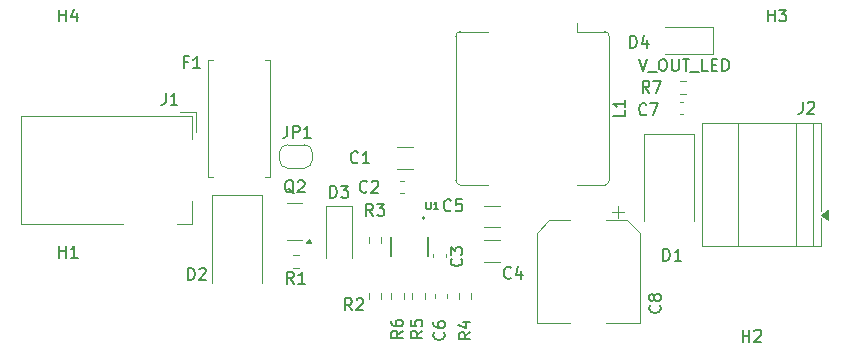
<source format=gbr>
%TF.GenerationSoftware,KiCad,Pcbnew,9.0.5*%
%TF.CreationDate,2025-11-03T21:44:09+01:00*%
%TF.ProjectId,7_4V_battery_replacement,375f3456-5f62-4617-9474-6572795f7265,rev?*%
%TF.SameCoordinates,Original*%
%TF.FileFunction,Legend,Top*%
%TF.FilePolarity,Positive*%
%FSLAX46Y46*%
G04 Gerber Fmt 4.6, Leading zero omitted, Abs format (unit mm)*
G04 Created by KiCad (PCBNEW 9.0.5) date 2025-11-03 21:44:09*
%MOMM*%
%LPD*%
G01*
G04 APERTURE LIST*
%ADD10C,0.200000*%
%ADD11C,0.150000*%
%ADD12C,0.120000*%
%ADD13C,0.127000*%
G04 APERTURE END LIST*
D10*
X148308816Y-79893219D02*
X148642149Y-80893219D01*
X148642149Y-80893219D02*
X148975482Y-79893219D01*
X149070721Y-80988457D02*
X149832625Y-80988457D01*
X150261197Y-79893219D02*
X150451673Y-79893219D01*
X150451673Y-79893219D02*
X150546911Y-79940838D01*
X150546911Y-79940838D02*
X150642149Y-80036076D01*
X150642149Y-80036076D02*
X150689768Y-80226552D01*
X150689768Y-80226552D02*
X150689768Y-80559885D01*
X150689768Y-80559885D02*
X150642149Y-80750361D01*
X150642149Y-80750361D02*
X150546911Y-80845600D01*
X150546911Y-80845600D02*
X150451673Y-80893219D01*
X150451673Y-80893219D02*
X150261197Y-80893219D01*
X150261197Y-80893219D02*
X150165959Y-80845600D01*
X150165959Y-80845600D02*
X150070721Y-80750361D01*
X150070721Y-80750361D02*
X150023102Y-80559885D01*
X150023102Y-80559885D02*
X150023102Y-80226552D01*
X150023102Y-80226552D02*
X150070721Y-80036076D01*
X150070721Y-80036076D02*
X150165959Y-79940838D01*
X150165959Y-79940838D02*
X150261197Y-79893219D01*
X151118340Y-79893219D02*
X151118340Y-80702742D01*
X151118340Y-80702742D02*
X151165959Y-80797980D01*
X151165959Y-80797980D02*
X151213578Y-80845600D01*
X151213578Y-80845600D02*
X151308816Y-80893219D01*
X151308816Y-80893219D02*
X151499292Y-80893219D01*
X151499292Y-80893219D02*
X151594530Y-80845600D01*
X151594530Y-80845600D02*
X151642149Y-80797980D01*
X151642149Y-80797980D02*
X151689768Y-80702742D01*
X151689768Y-80702742D02*
X151689768Y-79893219D01*
X152023102Y-79893219D02*
X152594530Y-79893219D01*
X152308816Y-80893219D02*
X152308816Y-79893219D01*
X152689769Y-80988457D02*
X153451673Y-80988457D01*
X154165959Y-80893219D02*
X153689769Y-80893219D01*
X153689769Y-80893219D02*
X153689769Y-79893219D01*
X154499293Y-80369409D02*
X154832626Y-80369409D01*
X154975483Y-80893219D02*
X154499293Y-80893219D01*
X154499293Y-80893219D02*
X154499293Y-79893219D01*
X154499293Y-79893219D02*
X154975483Y-79893219D01*
X155404055Y-80893219D02*
X155404055Y-79893219D01*
X155404055Y-79893219D02*
X155642150Y-79893219D01*
X155642150Y-79893219D02*
X155785007Y-79940838D01*
X155785007Y-79940838D02*
X155880245Y-80036076D01*
X155880245Y-80036076D02*
X155927864Y-80131314D01*
X155927864Y-80131314D02*
X155975483Y-80321790D01*
X155975483Y-80321790D02*
X155975483Y-80464647D01*
X155975483Y-80464647D02*
X155927864Y-80655123D01*
X155927864Y-80655123D02*
X155880245Y-80750361D01*
X155880245Y-80750361D02*
X155785007Y-80845600D01*
X155785007Y-80845600D02*
X155642150Y-80893219D01*
X155642150Y-80893219D02*
X155404055Y-80893219D01*
D11*
X108251666Y-82781819D02*
X108251666Y-83496104D01*
X108251666Y-83496104D02*
X108204047Y-83638961D01*
X108204047Y-83638961D02*
X108108809Y-83734200D01*
X108108809Y-83734200D02*
X107965952Y-83781819D01*
X107965952Y-83781819D02*
X107870714Y-83781819D01*
X109251666Y-83781819D02*
X108680238Y-83781819D01*
X108965952Y-83781819D02*
X108965952Y-82781819D01*
X108965952Y-82781819D02*
X108870714Y-82924676D01*
X108870714Y-82924676D02*
X108775476Y-83019914D01*
X108775476Y-83019914D02*
X108680238Y-83067533D01*
X129994819Y-102909666D02*
X129518628Y-103242999D01*
X129994819Y-103481094D02*
X128994819Y-103481094D01*
X128994819Y-103481094D02*
X128994819Y-103100142D01*
X128994819Y-103100142D02*
X129042438Y-103004904D01*
X129042438Y-103004904D02*
X129090057Y-102957285D01*
X129090057Y-102957285D02*
X129185295Y-102909666D01*
X129185295Y-102909666D02*
X129328152Y-102909666D01*
X129328152Y-102909666D02*
X129423390Y-102957285D01*
X129423390Y-102957285D02*
X129471009Y-103004904D01*
X129471009Y-103004904D02*
X129518628Y-103100142D01*
X129518628Y-103100142D02*
X129518628Y-103481094D01*
X128994819Y-102004904D02*
X128994819Y-102481094D01*
X128994819Y-102481094D02*
X129471009Y-102528713D01*
X129471009Y-102528713D02*
X129423390Y-102481094D01*
X129423390Y-102481094D02*
X129375771Y-102385856D01*
X129375771Y-102385856D02*
X129375771Y-102147761D01*
X129375771Y-102147761D02*
X129423390Y-102052523D01*
X129423390Y-102052523D02*
X129471009Y-102004904D01*
X129471009Y-102004904D02*
X129566247Y-101957285D01*
X129566247Y-101957285D02*
X129804342Y-101957285D01*
X129804342Y-101957285D02*
X129899580Y-102004904D01*
X129899580Y-102004904D02*
X129947200Y-102052523D01*
X129947200Y-102052523D02*
X129994819Y-102147761D01*
X129994819Y-102147761D02*
X129994819Y-102385856D01*
X129994819Y-102385856D02*
X129947200Y-102481094D01*
X129947200Y-102481094D02*
X129899580Y-102528713D01*
X149208833Y-82750819D02*
X148875500Y-82274628D01*
X148637405Y-82750819D02*
X148637405Y-81750819D01*
X148637405Y-81750819D02*
X149018357Y-81750819D01*
X149018357Y-81750819D02*
X149113595Y-81798438D01*
X149113595Y-81798438D02*
X149161214Y-81846057D01*
X149161214Y-81846057D02*
X149208833Y-81941295D01*
X149208833Y-81941295D02*
X149208833Y-82084152D01*
X149208833Y-82084152D02*
X149161214Y-82179390D01*
X149161214Y-82179390D02*
X149113595Y-82227009D01*
X149113595Y-82227009D02*
X149018357Y-82274628D01*
X149018357Y-82274628D02*
X148637405Y-82274628D01*
X149542167Y-81750819D02*
X150208833Y-81750819D01*
X150208833Y-81750819D02*
X149780262Y-82750819D01*
X150092580Y-100750666D02*
X150140200Y-100798285D01*
X150140200Y-100798285D02*
X150187819Y-100941142D01*
X150187819Y-100941142D02*
X150187819Y-101036380D01*
X150187819Y-101036380D02*
X150140200Y-101179237D01*
X150140200Y-101179237D02*
X150044961Y-101274475D01*
X150044961Y-101274475D02*
X149949723Y-101322094D01*
X149949723Y-101322094D02*
X149759247Y-101369713D01*
X149759247Y-101369713D02*
X149616390Y-101369713D01*
X149616390Y-101369713D02*
X149425914Y-101322094D01*
X149425914Y-101322094D02*
X149330676Y-101274475D01*
X149330676Y-101274475D02*
X149235438Y-101179237D01*
X149235438Y-101179237D02*
X149187819Y-101036380D01*
X149187819Y-101036380D02*
X149187819Y-100941142D01*
X149187819Y-100941142D02*
X149235438Y-100798285D01*
X149235438Y-100798285D02*
X149283057Y-100750666D01*
X149616390Y-100179237D02*
X149568771Y-100274475D01*
X149568771Y-100274475D02*
X149521152Y-100322094D01*
X149521152Y-100322094D02*
X149425914Y-100369713D01*
X149425914Y-100369713D02*
X149378295Y-100369713D01*
X149378295Y-100369713D02*
X149283057Y-100322094D01*
X149283057Y-100322094D02*
X149235438Y-100274475D01*
X149235438Y-100274475D02*
X149187819Y-100179237D01*
X149187819Y-100179237D02*
X149187819Y-99988761D01*
X149187819Y-99988761D02*
X149235438Y-99893523D01*
X149235438Y-99893523D02*
X149283057Y-99845904D01*
X149283057Y-99845904D02*
X149378295Y-99798285D01*
X149378295Y-99798285D02*
X149425914Y-99798285D01*
X149425914Y-99798285D02*
X149521152Y-99845904D01*
X149521152Y-99845904D02*
X149568771Y-99893523D01*
X149568771Y-99893523D02*
X149616390Y-99988761D01*
X149616390Y-99988761D02*
X149616390Y-100179237D01*
X149616390Y-100179237D02*
X149664009Y-100274475D01*
X149664009Y-100274475D02*
X149711628Y-100322094D01*
X149711628Y-100322094D02*
X149806866Y-100369713D01*
X149806866Y-100369713D02*
X149997342Y-100369713D01*
X149997342Y-100369713D02*
X150092580Y-100322094D01*
X150092580Y-100322094D02*
X150140200Y-100274475D01*
X150140200Y-100274475D02*
X150187819Y-100179237D01*
X150187819Y-100179237D02*
X150187819Y-99988761D01*
X150187819Y-99988761D02*
X150140200Y-99893523D01*
X150140200Y-99893523D02*
X150092580Y-99845904D01*
X150092580Y-99845904D02*
X149997342Y-99798285D01*
X149997342Y-99798285D02*
X149806866Y-99798285D01*
X149806866Y-99798285D02*
X149711628Y-99845904D01*
X149711628Y-99845904D02*
X149664009Y-99893523D01*
X149664009Y-99893523D02*
X149616390Y-99988761D01*
X124039333Y-101165819D02*
X123706000Y-100689628D01*
X123467905Y-101165819D02*
X123467905Y-100165819D01*
X123467905Y-100165819D02*
X123848857Y-100165819D01*
X123848857Y-100165819D02*
X123944095Y-100213438D01*
X123944095Y-100213438D02*
X123991714Y-100261057D01*
X123991714Y-100261057D02*
X124039333Y-100356295D01*
X124039333Y-100356295D02*
X124039333Y-100499152D01*
X124039333Y-100499152D02*
X123991714Y-100594390D01*
X123991714Y-100594390D02*
X123944095Y-100642009D01*
X123944095Y-100642009D02*
X123848857Y-100689628D01*
X123848857Y-100689628D02*
X123467905Y-100689628D01*
X124420286Y-100261057D02*
X124467905Y-100213438D01*
X124467905Y-100213438D02*
X124563143Y-100165819D01*
X124563143Y-100165819D02*
X124801238Y-100165819D01*
X124801238Y-100165819D02*
X124896476Y-100213438D01*
X124896476Y-100213438D02*
X124944095Y-100261057D01*
X124944095Y-100261057D02*
X124991714Y-100356295D01*
X124991714Y-100356295D02*
X124991714Y-100451533D01*
X124991714Y-100451533D02*
X124944095Y-100594390D01*
X124944095Y-100594390D02*
X124372667Y-101165819D01*
X124372667Y-101165819D02*
X124991714Y-101165819D01*
X128343819Y-102909666D02*
X127867628Y-103242999D01*
X128343819Y-103481094D02*
X127343819Y-103481094D01*
X127343819Y-103481094D02*
X127343819Y-103100142D01*
X127343819Y-103100142D02*
X127391438Y-103004904D01*
X127391438Y-103004904D02*
X127439057Y-102957285D01*
X127439057Y-102957285D02*
X127534295Y-102909666D01*
X127534295Y-102909666D02*
X127677152Y-102909666D01*
X127677152Y-102909666D02*
X127772390Y-102957285D01*
X127772390Y-102957285D02*
X127820009Y-103004904D01*
X127820009Y-103004904D02*
X127867628Y-103100142D01*
X127867628Y-103100142D02*
X127867628Y-103481094D01*
X127343819Y-102052523D02*
X127343819Y-102242999D01*
X127343819Y-102242999D02*
X127391438Y-102338237D01*
X127391438Y-102338237D02*
X127439057Y-102385856D01*
X127439057Y-102385856D02*
X127581914Y-102481094D01*
X127581914Y-102481094D02*
X127772390Y-102528713D01*
X127772390Y-102528713D02*
X128153342Y-102528713D01*
X128153342Y-102528713D02*
X128248580Y-102481094D01*
X128248580Y-102481094D02*
X128296200Y-102433475D01*
X128296200Y-102433475D02*
X128343819Y-102338237D01*
X128343819Y-102338237D02*
X128343819Y-102147761D01*
X128343819Y-102147761D02*
X128296200Y-102052523D01*
X128296200Y-102052523D02*
X128248580Y-102004904D01*
X128248580Y-102004904D02*
X128153342Y-101957285D01*
X128153342Y-101957285D02*
X127915247Y-101957285D01*
X127915247Y-101957285D02*
X127820009Y-102004904D01*
X127820009Y-102004904D02*
X127772390Y-102052523D01*
X127772390Y-102052523D02*
X127724771Y-102147761D01*
X127724771Y-102147761D02*
X127724771Y-102338237D01*
X127724771Y-102338237D02*
X127772390Y-102433475D01*
X127772390Y-102433475D02*
X127820009Y-102481094D01*
X127820009Y-102481094D02*
X127915247Y-102528713D01*
X125817333Y-93164819D02*
X125484000Y-92688628D01*
X125245905Y-93164819D02*
X125245905Y-92164819D01*
X125245905Y-92164819D02*
X125626857Y-92164819D01*
X125626857Y-92164819D02*
X125722095Y-92212438D01*
X125722095Y-92212438D02*
X125769714Y-92260057D01*
X125769714Y-92260057D02*
X125817333Y-92355295D01*
X125817333Y-92355295D02*
X125817333Y-92498152D01*
X125817333Y-92498152D02*
X125769714Y-92593390D01*
X125769714Y-92593390D02*
X125722095Y-92641009D01*
X125722095Y-92641009D02*
X125626857Y-92688628D01*
X125626857Y-92688628D02*
X125245905Y-92688628D01*
X126150667Y-92164819D02*
X126769714Y-92164819D01*
X126769714Y-92164819D02*
X126436381Y-92545771D01*
X126436381Y-92545771D02*
X126579238Y-92545771D01*
X126579238Y-92545771D02*
X126674476Y-92593390D01*
X126674476Y-92593390D02*
X126722095Y-92641009D01*
X126722095Y-92641009D02*
X126769714Y-92736247D01*
X126769714Y-92736247D02*
X126769714Y-92974342D01*
X126769714Y-92974342D02*
X126722095Y-93069580D01*
X126722095Y-93069580D02*
X126674476Y-93117200D01*
X126674476Y-93117200D02*
X126579238Y-93164819D01*
X126579238Y-93164819D02*
X126293524Y-93164819D01*
X126293524Y-93164819D02*
X126198286Y-93117200D01*
X126198286Y-93117200D02*
X126150667Y-93069580D01*
X99238095Y-76704819D02*
X99238095Y-75704819D01*
X99238095Y-76181009D02*
X99809523Y-76181009D01*
X99809523Y-76704819D02*
X99809523Y-75704819D01*
X100714285Y-76038152D02*
X100714285Y-76704819D01*
X100476190Y-75657200D02*
X100238095Y-76371485D01*
X100238095Y-76371485D02*
X100857142Y-76371485D01*
X147173819Y-84240666D02*
X147173819Y-84716856D01*
X147173819Y-84716856D02*
X146173819Y-84716856D01*
X147173819Y-83383523D02*
X147173819Y-83954951D01*
X147173819Y-83669237D02*
X146173819Y-83669237D01*
X146173819Y-83669237D02*
X146316676Y-83764475D01*
X146316676Y-83764475D02*
X146411914Y-83859713D01*
X146411914Y-83859713D02*
X146459533Y-83954951D01*
X137501333Y-98403580D02*
X137453714Y-98451200D01*
X137453714Y-98451200D02*
X137310857Y-98498819D01*
X137310857Y-98498819D02*
X137215619Y-98498819D01*
X137215619Y-98498819D02*
X137072762Y-98451200D01*
X137072762Y-98451200D02*
X136977524Y-98355961D01*
X136977524Y-98355961D02*
X136929905Y-98260723D01*
X136929905Y-98260723D02*
X136882286Y-98070247D01*
X136882286Y-98070247D02*
X136882286Y-97927390D01*
X136882286Y-97927390D02*
X136929905Y-97736914D01*
X136929905Y-97736914D02*
X136977524Y-97641676D01*
X136977524Y-97641676D02*
X137072762Y-97546438D01*
X137072762Y-97546438D02*
X137215619Y-97498819D01*
X137215619Y-97498819D02*
X137310857Y-97498819D01*
X137310857Y-97498819D02*
X137453714Y-97546438D01*
X137453714Y-97546438D02*
X137501333Y-97594057D01*
X138358476Y-97832152D02*
X138358476Y-98498819D01*
X138120381Y-97451200D02*
X137882286Y-98165485D01*
X137882286Y-98165485D02*
X138501333Y-98165485D01*
X150391905Y-96974819D02*
X150391905Y-95974819D01*
X150391905Y-95974819D02*
X150630000Y-95974819D01*
X150630000Y-95974819D02*
X150772857Y-96022438D01*
X150772857Y-96022438D02*
X150868095Y-96117676D01*
X150868095Y-96117676D02*
X150915714Y-96212914D01*
X150915714Y-96212914D02*
X150963333Y-96403390D01*
X150963333Y-96403390D02*
X150963333Y-96546247D01*
X150963333Y-96546247D02*
X150915714Y-96736723D01*
X150915714Y-96736723D02*
X150868095Y-96831961D01*
X150868095Y-96831961D02*
X150772857Y-96927200D01*
X150772857Y-96927200D02*
X150630000Y-96974819D01*
X150630000Y-96974819D02*
X150391905Y-96974819D01*
X151915714Y-96974819D02*
X151344286Y-96974819D01*
X151630000Y-96974819D02*
X151630000Y-95974819D01*
X151630000Y-95974819D02*
X151534762Y-96117676D01*
X151534762Y-96117676D02*
X151439524Y-96212914D01*
X151439524Y-96212914D02*
X151344286Y-96260533D01*
X125309333Y-91103580D02*
X125261714Y-91151200D01*
X125261714Y-91151200D02*
X125118857Y-91198819D01*
X125118857Y-91198819D02*
X125023619Y-91198819D01*
X125023619Y-91198819D02*
X124880762Y-91151200D01*
X124880762Y-91151200D02*
X124785524Y-91055961D01*
X124785524Y-91055961D02*
X124737905Y-90960723D01*
X124737905Y-90960723D02*
X124690286Y-90770247D01*
X124690286Y-90770247D02*
X124690286Y-90627390D01*
X124690286Y-90627390D02*
X124737905Y-90436914D01*
X124737905Y-90436914D02*
X124785524Y-90341676D01*
X124785524Y-90341676D02*
X124880762Y-90246438D01*
X124880762Y-90246438D02*
X125023619Y-90198819D01*
X125023619Y-90198819D02*
X125118857Y-90198819D01*
X125118857Y-90198819D02*
X125261714Y-90246438D01*
X125261714Y-90246438D02*
X125309333Y-90294057D01*
X125690286Y-90294057D02*
X125737905Y-90246438D01*
X125737905Y-90246438D02*
X125833143Y-90198819D01*
X125833143Y-90198819D02*
X126071238Y-90198819D01*
X126071238Y-90198819D02*
X126166476Y-90246438D01*
X126166476Y-90246438D02*
X126214095Y-90294057D01*
X126214095Y-90294057D02*
X126261714Y-90389295D01*
X126261714Y-90389295D02*
X126261714Y-90484533D01*
X126261714Y-90484533D02*
X126214095Y-90627390D01*
X126214095Y-90627390D02*
X125642667Y-91198819D01*
X125642667Y-91198819D02*
X126261714Y-91198819D01*
X131804580Y-103036666D02*
X131852200Y-103084285D01*
X131852200Y-103084285D02*
X131899819Y-103227142D01*
X131899819Y-103227142D02*
X131899819Y-103322380D01*
X131899819Y-103322380D02*
X131852200Y-103465237D01*
X131852200Y-103465237D02*
X131756961Y-103560475D01*
X131756961Y-103560475D02*
X131661723Y-103608094D01*
X131661723Y-103608094D02*
X131471247Y-103655713D01*
X131471247Y-103655713D02*
X131328390Y-103655713D01*
X131328390Y-103655713D02*
X131137914Y-103608094D01*
X131137914Y-103608094D02*
X131042676Y-103560475D01*
X131042676Y-103560475D02*
X130947438Y-103465237D01*
X130947438Y-103465237D02*
X130899819Y-103322380D01*
X130899819Y-103322380D02*
X130899819Y-103227142D01*
X130899819Y-103227142D02*
X130947438Y-103084285D01*
X130947438Y-103084285D02*
X130995057Y-103036666D01*
X130899819Y-102179523D02*
X130899819Y-102369999D01*
X130899819Y-102369999D02*
X130947438Y-102465237D01*
X130947438Y-102465237D02*
X130995057Y-102512856D01*
X130995057Y-102512856D02*
X131137914Y-102608094D01*
X131137914Y-102608094D02*
X131328390Y-102655713D01*
X131328390Y-102655713D02*
X131709342Y-102655713D01*
X131709342Y-102655713D02*
X131804580Y-102608094D01*
X131804580Y-102608094D02*
X131852200Y-102560475D01*
X131852200Y-102560475D02*
X131899819Y-102465237D01*
X131899819Y-102465237D02*
X131899819Y-102274761D01*
X131899819Y-102274761D02*
X131852200Y-102179523D01*
X131852200Y-102179523D02*
X131804580Y-102131904D01*
X131804580Y-102131904D02*
X131709342Y-102084285D01*
X131709342Y-102084285D02*
X131471247Y-102084285D01*
X131471247Y-102084285D02*
X131376009Y-102131904D01*
X131376009Y-102131904D02*
X131328390Y-102179523D01*
X131328390Y-102179523D02*
X131280771Y-102274761D01*
X131280771Y-102274761D02*
X131280771Y-102465237D01*
X131280771Y-102465237D02*
X131328390Y-102560475D01*
X131328390Y-102560475D02*
X131376009Y-102608094D01*
X131376009Y-102608094D02*
X131471247Y-102655713D01*
X110151764Y-98595303D02*
X110151764Y-97595303D01*
X110151764Y-97595303D02*
X110389859Y-97595303D01*
X110389859Y-97595303D02*
X110532716Y-97642922D01*
X110532716Y-97642922D02*
X110627954Y-97738160D01*
X110627954Y-97738160D02*
X110675573Y-97833398D01*
X110675573Y-97833398D02*
X110723192Y-98023874D01*
X110723192Y-98023874D02*
X110723192Y-98166731D01*
X110723192Y-98166731D02*
X110675573Y-98357207D01*
X110675573Y-98357207D02*
X110627954Y-98452445D01*
X110627954Y-98452445D02*
X110532716Y-98547684D01*
X110532716Y-98547684D02*
X110389859Y-98595303D01*
X110389859Y-98595303D02*
X110151764Y-98595303D01*
X111104145Y-97690541D02*
X111151764Y-97642922D01*
X111151764Y-97642922D02*
X111247002Y-97595303D01*
X111247002Y-97595303D02*
X111485097Y-97595303D01*
X111485097Y-97595303D02*
X111580335Y-97642922D01*
X111580335Y-97642922D02*
X111627954Y-97690541D01*
X111627954Y-97690541D02*
X111675573Y-97785779D01*
X111675573Y-97785779D02*
X111675573Y-97881017D01*
X111675573Y-97881017D02*
X111627954Y-98023874D01*
X111627954Y-98023874D02*
X111056526Y-98595303D01*
X111056526Y-98595303D02*
X111675573Y-98595303D01*
X122197905Y-91640819D02*
X122197905Y-90640819D01*
X122197905Y-90640819D02*
X122436000Y-90640819D01*
X122436000Y-90640819D02*
X122578857Y-90688438D01*
X122578857Y-90688438D02*
X122674095Y-90783676D01*
X122674095Y-90783676D02*
X122721714Y-90878914D01*
X122721714Y-90878914D02*
X122769333Y-91069390D01*
X122769333Y-91069390D02*
X122769333Y-91212247D01*
X122769333Y-91212247D02*
X122721714Y-91402723D01*
X122721714Y-91402723D02*
X122674095Y-91497961D01*
X122674095Y-91497961D02*
X122578857Y-91593200D01*
X122578857Y-91593200D02*
X122436000Y-91640819D01*
X122436000Y-91640819D02*
X122197905Y-91640819D01*
X123102667Y-90640819D02*
X123721714Y-90640819D01*
X123721714Y-90640819D02*
X123388381Y-91021771D01*
X123388381Y-91021771D02*
X123531238Y-91021771D01*
X123531238Y-91021771D02*
X123626476Y-91069390D01*
X123626476Y-91069390D02*
X123674095Y-91117009D01*
X123674095Y-91117009D02*
X123721714Y-91212247D01*
X123721714Y-91212247D02*
X123721714Y-91450342D01*
X123721714Y-91450342D02*
X123674095Y-91545580D01*
X123674095Y-91545580D02*
X123626476Y-91593200D01*
X123626476Y-91593200D02*
X123531238Y-91640819D01*
X123531238Y-91640819D02*
X123245524Y-91640819D01*
X123245524Y-91640819D02*
X123150286Y-91593200D01*
X123150286Y-91593200D02*
X123102667Y-91545580D01*
X99238095Y-96704819D02*
X99238095Y-95704819D01*
X99238095Y-96181009D02*
X99809523Y-96181009D01*
X99809523Y-96704819D02*
X99809523Y-95704819D01*
X100809523Y-96704819D02*
X100238095Y-96704819D01*
X100523809Y-96704819D02*
X100523809Y-95704819D01*
X100523809Y-95704819D02*
X100428571Y-95847676D01*
X100428571Y-95847676D02*
X100333333Y-95942914D01*
X100333333Y-95942914D02*
X100238095Y-95990533D01*
X147597905Y-78940819D02*
X147597905Y-77940819D01*
X147597905Y-77940819D02*
X147836000Y-77940819D01*
X147836000Y-77940819D02*
X147978857Y-77988438D01*
X147978857Y-77988438D02*
X148074095Y-78083676D01*
X148074095Y-78083676D02*
X148121714Y-78178914D01*
X148121714Y-78178914D02*
X148169333Y-78369390D01*
X148169333Y-78369390D02*
X148169333Y-78512247D01*
X148169333Y-78512247D02*
X148121714Y-78702723D01*
X148121714Y-78702723D02*
X148074095Y-78797961D01*
X148074095Y-78797961D02*
X147978857Y-78893200D01*
X147978857Y-78893200D02*
X147836000Y-78940819D01*
X147836000Y-78940819D02*
X147597905Y-78940819D01*
X149026476Y-78274152D02*
X149026476Y-78940819D01*
X148788381Y-77893200D02*
X148550286Y-78607485D01*
X148550286Y-78607485D02*
X149169333Y-78607485D01*
X130322380Y-91977276D02*
X130322380Y-92495371D01*
X130322380Y-92495371D02*
X130352857Y-92556323D01*
X130352857Y-92556323D02*
X130383333Y-92586800D01*
X130383333Y-92586800D02*
X130444285Y-92617276D01*
X130444285Y-92617276D02*
X130566190Y-92617276D01*
X130566190Y-92617276D02*
X130627142Y-92586800D01*
X130627142Y-92586800D02*
X130657619Y-92556323D01*
X130657619Y-92556323D02*
X130688095Y-92495371D01*
X130688095Y-92495371D02*
X130688095Y-91977276D01*
X131328095Y-92617276D02*
X130962380Y-92617276D01*
X131145237Y-92617276D02*
X131145237Y-91977276D01*
X131145237Y-91977276D02*
X131084285Y-92068704D01*
X131084285Y-92068704D02*
X131023333Y-92129657D01*
X131023333Y-92129657D02*
X130962380Y-92160133D01*
X159238095Y-76704819D02*
X159238095Y-75704819D01*
X159238095Y-76181009D02*
X159809523Y-76181009D01*
X159809523Y-76704819D02*
X159809523Y-75704819D01*
X160190476Y-75704819D02*
X160809523Y-75704819D01*
X160809523Y-75704819D02*
X160476190Y-76085771D01*
X160476190Y-76085771D02*
X160619047Y-76085771D01*
X160619047Y-76085771D02*
X160714285Y-76133390D01*
X160714285Y-76133390D02*
X160761904Y-76181009D01*
X160761904Y-76181009D02*
X160809523Y-76276247D01*
X160809523Y-76276247D02*
X160809523Y-76514342D01*
X160809523Y-76514342D02*
X160761904Y-76609580D01*
X160761904Y-76609580D02*
X160714285Y-76657200D01*
X160714285Y-76657200D02*
X160619047Y-76704819D01*
X160619047Y-76704819D02*
X160333333Y-76704819D01*
X160333333Y-76704819D02*
X160238095Y-76657200D01*
X160238095Y-76657200D02*
X160190476Y-76609580D01*
X110119973Y-80156763D02*
X109786640Y-80156763D01*
X109786640Y-80680573D02*
X109786640Y-79680573D01*
X109786640Y-79680573D02*
X110262830Y-79680573D01*
X111167592Y-80680573D02*
X110596164Y-80680573D01*
X110881878Y-80680573D02*
X110881878Y-79680573D01*
X110881878Y-79680573D02*
X110786640Y-79823430D01*
X110786640Y-79823430D02*
X110691402Y-79918668D01*
X110691402Y-79918668D02*
X110596164Y-79966287D01*
X157099095Y-103832819D02*
X157099095Y-102832819D01*
X157099095Y-103309009D02*
X157670523Y-103309009D01*
X157670523Y-103832819D02*
X157670523Y-102832819D01*
X158099095Y-102928057D02*
X158146714Y-102880438D01*
X158146714Y-102880438D02*
X158241952Y-102832819D01*
X158241952Y-102832819D02*
X158480047Y-102832819D01*
X158480047Y-102832819D02*
X158575285Y-102880438D01*
X158575285Y-102880438D02*
X158622904Y-102928057D01*
X158622904Y-102928057D02*
X158670523Y-103023295D01*
X158670523Y-103023295D02*
X158670523Y-103118533D01*
X158670523Y-103118533D02*
X158622904Y-103261390D01*
X158622904Y-103261390D02*
X158051476Y-103832819D01*
X158051476Y-103832819D02*
X158670523Y-103832819D01*
X118546666Y-85560819D02*
X118546666Y-86275104D01*
X118546666Y-86275104D02*
X118499047Y-86417961D01*
X118499047Y-86417961D02*
X118403809Y-86513200D01*
X118403809Y-86513200D02*
X118260952Y-86560819D01*
X118260952Y-86560819D02*
X118165714Y-86560819D01*
X119022857Y-86560819D02*
X119022857Y-85560819D01*
X119022857Y-85560819D02*
X119403809Y-85560819D01*
X119403809Y-85560819D02*
X119499047Y-85608438D01*
X119499047Y-85608438D02*
X119546666Y-85656057D01*
X119546666Y-85656057D02*
X119594285Y-85751295D01*
X119594285Y-85751295D02*
X119594285Y-85894152D01*
X119594285Y-85894152D02*
X119546666Y-85989390D01*
X119546666Y-85989390D02*
X119499047Y-86037009D01*
X119499047Y-86037009D02*
X119403809Y-86084628D01*
X119403809Y-86084628D02*
X119022857Y-86084628D01*
X120546666Y-86560819D02*
X119975238Y-86560819D01*
X120260952Y-86560819D02*
X120260952Y-85560819D01*
X120260952Y-85560819D02*
X120165714Y-85703676D01*
X120165714Y-85703676D02*
X120070476Y-85798914D01*
X120070476Y-85798914D02*
X119975238Y-85846533D01*
X119121893Y-98912819D02*
X118788560Y-98436628D01*
X118550465Y-98912819D02*
X118550465Y-97912819D01*
X118550465Y-97912819D02*
X118931417Y-97912819D01*
X118931417Y-97912819D02*
X119026655Y-97960438D01*
X119026655Y-97960438D02*
X119074274Y-98008057D01*
X119074274Y-98008057D02*
X119121893Y-98103295D01*
X119121893Y-98103295D02*
X119121893Y-98246152D01*
X119121893Y-98246152D02*
X119074274Y-98341390D01*
X119074274Y-98341390D02*
X119026655Y-98389009D01*
X119026655Y-98389009D02*
X118931417Y-98436628D01*
X118931417Y-98436628D02*
X118550465Y-98436628D01*
X120074274Y-98912819D02*
X119502846Y-98912819D01*
X119788560Y-98912819D02*
X119788560Y-97912819D01*
X119788560Y-97912819D02*
X119693322Y-98055676D01*
X119693322Y-98055676D02*
X119598084Y-98150914D01*
X119598084Y-98150914D02*
X119502846Y-98198533D01*
X133289221Y-96791416D02*
X133336841Y-96839035D01*
X133336841Y-96839035D02*
X133384460Y-96981892D01*
X133384460Y-96981892D02*
X133384460Y-97077130D01*
X133384460Y-97077130D02*
X133336841Y-97219987D01*
X133336841Y-97219987D02*
X133241602Y-97315225D01*
X133241602Y-97315225D02*
X133146364Y-97362844D01*
X133146364Y-97362844D02*
X132955888Y-97410463D01*
X132955888Y-97410463D02*
X132813031Y-97410463D01*
X132813031Y-97410463D02*
X132622555Y-97362844D01*
X132622555Y-97362844D02*
X132527317Y-97315225D01*
X132527317Y-97315225D02*
X132432079Y-97219987D01*
X132432079Y-97219987D02*
X132384460Y-97077130D01*
X132384460Y-97077130D02*
X132384460Y-96981892D01*
X132384460Y-96981892D02*
X132432079Y-96839035D01*
X132432079Y-96839035D02*
X132479698Y-96791416D01*
X132384460Y-96458082D02*
X132384460Y-95839035D01*
X132384460Y-95839035D02*
X132765412Y-96172368D01*
X132765412Y-96172368D02*
X132765412Y-96029511D01*
X132765412Y-96029511D02*
X132813031Y-95934273D01*
X132813031Y-95934273D02*
X132860650Y-95886654D01*
X132860650Y-95886654D02*
X132955888Y-95839035D01*
X132955888Y-95839035D02*
X133193983Y-95839035D01*
X133193983Y-95839035D02*
X133289221Y-95886654D01*
X133289221Y-95886654D02*
X133336841Y-95934273D01*
X133336841Y-95934273D02*
X133384460Y-96029511D01*
X133384460Y-96029511D02*
X133384460Y-96315225D01*
X133384460Y-96315225D02*
X133336841Y-96410463D01*
X133336841Y-96410463D02*
X133289221Y-96458082D01*
X132421333Y-92688580D02*
X132373714Y-92736200D01*
X132373714Y-92736200D02*
X132230857Y-92783819D01*
X132230857Y-92783819D02*
X132135619Y-92783819D01*
X132135619Y-92783819D02*
X131992762Y-92736200D01*
X131992762Y-92736200D02*
X131897524Y-92640961D01*
X131897524Y-92640961D02*
X131849905Y-92545723D01*
X131849905Y-92545723D02*
X131802286Y-92355247D01*
X131802286Y-92355247D02*
X131802286Y-92212390D01*
X131802286Y-92212390D02*
X131849905Y-92021914D01*
X131849905Y-92021914D02*
X131897524Y-91926676D01*
X131897524Y-91926676D02*
X131992762Y-91831438D01*
X131992762Y-91831438D02*
X132135619Y-91783819D01*
X132135619Y-91783819D02*
X132230857Y-91783819D01*
X132230857Y-91783819D02*
X132373714Y-91831438D01*
X132373714Y-91831438D02*
X132421333Y-91879057D01*
X133326095Y-91783819D02*
X132849905Y-91783819D01*
X132849905Y-91783819D02*
X132802286Y-92260009D01*
X132802286Y-92260009D02*
X132849905Y-92212390D01*
X132849905Y-92212390D02*
X132945143Y-92164771D01*
X132945143Y-92164771D02*
X133183238Y-92164771D01*
X133183238Y-92164771D02*
X133278476Y-92212390D01*
X133278476Y-92212390D02*
X133326095Y-92260009D01*
X133326095Y-92260009D02*
X133373714Y-92355247D01*
X133373714Y-92355247D02*
X133373714Y-92593342D01*
X133373714Y-92593342D02*
X133326095Y-92688580D01*
X133326095Y-92688580D02*
X133278476Y-92736200D01*
X133278476Y-92736200D02*
X133183238Y-92783819D01*
X133183238Y-92783819D02*
X132945143Y-92783819D01*
X132945143Y-92783819D02*
X132849905Y-92736200D01*
X132849905Y-92736200D02*
X132802286Y-92688580D01*
X162181166Y-83528819D02*
X162181166Y-84243104D01*
X162181166Y-84243104D02*
X162133547Y-84385961D01*
X162133547Y-84385961D02*
X162038309Y-84481200D01*
X162038309Y-84481200D02*
X161895452Y-84528819D01*
X161895452Y-84528819D02*
X161800214Y-84528819D01*
X162609738Y-83624057D02*
X162657357Y-83576438D01*
X162657357Y-83576438D02*
X162752595Y-83528819D01*
X162752595Y-83528819D02*
X162990690Y-83528819D01*
X162990690Y-83528819D02*
X163085928Y-83576438D01*
X163085928Y-83576438D02*
X163133547Y-83624057D01*
X163133547Y-83624057D02*
X163181166Y-83719295D01*
X163181166Y-83719295D02*
X163181166Y-83814533D01*
X163181166Y-83814533D02*
X163133547Y-83957390D01*
X163133547Y-83957390D02*
X162562119Y-84528819D01*
X162562119Y-84528819D02*
X163181166Y-84528819D01*
X119118906Y-91274067D02*
X119023668Y-91226448D01*
X119023668Y-91226448D02*
X118928430Y-91131210D01*
X118928430Y-91131210D02*
X118785573Y-90988352D01*
X118785573Y-90988352D02*
X118690335Y-90940733D01*
X118690335Y-90940733D02*
X118595097Y-90940733D01*
X118642716Y-91178829D02*
X118547478Y-91131210D01*
X118547478Y-91131210D02*
X118452240Y-91035971D01*
X118452240Y-91035971D02*
X118404621Y-90845495D01*
X118404621Y-90845495D02*
X118404621Y-90512162D01*
X118404621Y-90512162D02*
X118452240Y-90321686D01*
X118452240Y-90321686D02*
X118547478Y-90226448D01*
X118547478Y-90226448D02*
X118642716Y-90178829D01*
X118642716Y-90178829D02*
X118833192Y-90178829D01*
X118833192Y-90178829D02*
X118928430Y-90226448D01*
X118928430Y-90226448D02*
X119023668Y-90321686D01*
X119023668Y-90321686D02*
X119071287Y-90512162D01*
X119071287Y-90512162D02*
X119071287Y-90845495D01*
X119071287Y-90845495D02*
X119023668Y-91035971D01*
X119023668Y-91035971D02*
X118928430Y-91131210D01*
X118928430Y-91131210D02*
X118833192Y-91178829D01*
X118833192Y-91178829D02*
X118642716Y-91178829D01*
X119452240Y-90274067D02*
X119499859Y-90226448D01*
X119499859Y-90226448D02*
X119595097Y-90178829D01*
X119595097Y-90178829D02*
X119833192Y-90178829D01*
X119833192Y-90178829D02*
X119928430Y-90226448D01*
X119928430Y-90226448D02*
X119976049Y-90274067D01*
X119976049Y-90274067D02*
X120023668Y-90369305D01*
X120023668Y-90369305D02*
X120023668Y-90464543D01*
X120023668Y-90464543D02*
X119976049Y-90607400D01*
X119976049Y-90607400D02*
X119404621Y-91178829D01*
X119404621Y-91178829D02*
X120023668Y-91178829D01*
X124547333Y-88624580D02*
X124499714Y-88672200D01*
X124499714Y-88672200D02*
X124356857Y-88719819D01*
X124356857Y-88719819D02*
X124261619Y-88719819D01*
X124261619Y-88719819D02*
X124118762Y-88672200D01*
X124118762Y-88672200D02*
X124023524Y-88576961D01*
X124023524Y-88576961D02*
X123975905Y-88481723D01*
X123975905Y-88481723D02*
X123928286Y-88291247D01*
X123928286Y-88291247D02*
X123928286Y-88148390D01*
X123928286Y-88148390D02*
X123975905Y-87957914D01*
X123975905Y-87957914D02*
X124023524Y-87862676D01*
X124023524Y-87862676D02*
X124118762Y-87767438D01*
X124118762Y-87767438D02*
X124261619Y-87719819D01*
X124261619Y-87719819D02*
X124356857Y-87719819D01*
X124356857Y-87719819D02*
X124499714Y-87767438D01*
X124499714Y-87767438D02*
X124547333Y-87815057D01*
X125499714Y-88719819D02*
X124928286Y-88719819D01*
X125214000Y-88719819D02*
X125214000Y-87719819D01*
X125214000Y-87719819D02*
X125118762Y-87862676D01*
X125118762Y-87862676D02*
X125023524Y-87957914D01*
X125023524Y-87957914D02*
X124928286Y-88005533D01*
X148954833Y-84560580D02*
X148907214Y-84608200D01*
X148907214Y-84608200D02*
X148764357Y-84655819D01*
X148764357Y-84655819D02*
X148669119Y-84655819D01*
X148669119Y-84655819D02*
X148526262Y-84608200D01*
X148526262Y-84608200D02*
X148431024Y-84512961D01*
X148431024Y-84512961D02*
X148383405Y-84417723D01*
X148383405Y-84417723D02*
X148335786Y-84227247D01*
X148335786Y-84227247D02*
X148335786Y-84084390D01*
X148335786Y-84084390D02*
X148383405Y-83893914D01*
X148383405Y-83893914D02*
X148431024Y-83798676D01*
X148431024Y-83798676D02*
X148526262Y-83703438D01*
X148526262Y-83703438D02*
X148669119Y-83655819D01*
X148669119Y-83655819D02*
X148764357Y-83655819D01*
X148764357Y-83655819D02*
X148907214Y-83703438D01*
X148907214Y-83703438D02*
X148954833Y-83751057D01*
X149288167Y-83655819D02*
X149954833Y-83655819D01*
X149954833Y-83655819D02*
X149526262Y-84655819D01*
X134058819Y-103036666D02*
X133582628Y-103369999D01*
X134058819Y-103608094D02*
X133058819Y-103608094D01*
X133058819Y-103608094D02*
X133058819Y-103227142D01*
X133058819Y-103227142D02*
X133106438Y-103131904D01*
X133106438Y-103131904D02*
X133154057Y-103084285D01*
X133154057Y-103084285D02*
X133249295Y-103036666D01*
X133249295Y-103036666D02*
X133392152Y-103036666D01*
X133392152Y-103036666D02*
X133487390Y-103084285D01*
X133487390Y-103084285D02*
X133535009Y-103131904D01*
X133535009Y-103131904D02*
X133582628Y-103227142D01*
X133582628Y-103227142D02*
X133582628Y-103608094D01*
X133392152Y-102179523D02*
X134058819Y-102179523D01*
X133011200Y-102417618D02*
X133725485Y-102655713D01*
X133725485Y-102655713D02*
X133725485Y-102036666D01*
D12*
%TO.C,J1*%
X96005000Y-84681000D02*
X110505000Y-84681000D01*
X96005000Y-93881000D02*
X96005000Y-84681000D01*
X104605000Y-93881000D02*
X96005000Y-93881000D01*
X110505000Y-84681000D02*
X110505000Y-86681000D01*
X110505000Y-91881000D02*
X110505000Y-93881000D01*
X110505000Y-93881000D02*
X109205000Y-93881000D01*
X110805000Y-84381000D02*
X109505000Y-84381000D01*
X110805000Y-86081000D02*
X110805000Y-84381000D01*
%TO.C,R5*%
X129144500Y-100203724D02*
X129144500Y-99694276D01*
X130189500Y-100203724D02*
X130189500Y-99694276D01*
%TO.C,R7*%
X151787776Y-81773500D02*
X152297224Y-81773500D01*
X151787776Y-82818500D02*
X152297224Y-82818500D01*
%TO.C,C8*%
X139658000Y-94621437D02*
X139658000Y-102277000D01*
X139658000Y-102277000D02*
X142508000Y-102277000D01*
X140722437Y-93557000D02*
X139658000Y-94621437D01*
X140722437Y-93557000D02*
X142508000Y-93557000D01*
X146528000Y-92317000D02*
X146528000Y-93317000D01*
X147028000Y-92817000D02*
X146028000Y-92817000D01*
X147313563Y-93557000D02*
X145528000Y-93557000D01*
X147313563Y-93557000D02*
X148378000Y-94621437D01*
X148378000Y-94621437D02*
X148378000Y-102277000D01*
X148378000Y-102277000D02*
X145528000Y-102277000D01*
%TO.C,R2*%
X125461500Y-99694276D02*
X125461500Y-100203724D01*
X126506500Y-99694276D02*
X126506500Y-100203724D01*
%TO.C,R6*%
X127366500Y-99694276D02*
X127366500Y-100203724D01*
X128411500Y-99694276D02*
X128411500Y-100203724D01*
%TO.C,R3*%
X125461500Y-94995276D02*
X125461500Y-95504724D01*
X126506500Y-94995276D02*
X126506500Y-95504724D01*
%TO.C,L1*%
X132819000Y-90174000D02*
X132819000Y-77974000D01*
X135569000Y-77574000D02*
X133219000Y-77574000D01*
X135569000Y-90574000D02*
X133219000Y-90574000D01*
X143069000Y-77574000D02*
X143069000Y-76824000D01*
X145419000Y-77574000D02*
X143069000Y-77574000D01*
X145419000Y-90574000D02*
X143069000Y-90574000D01*
X145819000Y-77974000D02*
X145819000Y-90174000D01*
X132819000Y-77974000D02*
G75*
G02*
X133219000Y-77574000I399999J1D01*
G01*
X133219000Y-90574000D02*
G75*
G02*
X132819000Y-90174000I0J400000D01*
G01*
X145419000Y-77574000D02*
G75*
G02*
X145819000Y-77974000I1J-399999D01*
G01*
X145819000Y-90174000D02*
G75*
G02*
X145419000Y-90574000I-400000J0D01*
G01*
%TO.C,C4*%
X136601252Y-95229000D02*
X135178748Y-95229000D01*
X136601252Y-97049000D02*
X135178748Y-97049000D01*
%TO.C,D1*%
X148726000Y-86222000D02*
X148726000Y-93632000D01*
X153026000Y-86222000D02*
X148726000Y-86222000D01*
X153026000Y-86222000D02*
X153026000Y-93632000D01*
%TO.C,C2*%
X128123733Y-90234000D02*
X128416267Y-90234000D01*
X128123733Y-91254000D02*
X128416267Y-91254000D01*
%TO.C,C6*%
X131062000Y-100095267D02*
X131062000Y-99802733D01*
X132082000Y-100095267D02*
X132082000Y-99802733D01*
%TO.C,D2*%
X112150000Y-91436000D02*
X112150000Y-98846000D01*
X116450000Y-91436000D02*
X112150000Y-91436000D01*
X116450000Y-91436000D02*
X116450000Y-98846000D01*
%TO.C,D3*%
X121826000Y-92336000D02*
X121826000Y-96746000D01*
X124046000Y-92336000D02*
X121826000Y-92336000D01*
X124046000Y-96746000D02*
X124046000Y-92336000D01*
%TO.C,D4*%
X150546000Y-79494000D02*
X154606000Y-79494000D01*
X154606000Y-77224000D02*
X150546000Y-77224000D01*
X154606000Y-79494000D02*
X154606000Y-77224000D01*
D13*
%TO.C,U1*%
X127323000Y-94944000D02*
X127323000Y-96544000D01*
X130453000Y-94944000D02*
X130453000Y-96544000D01*
D10*
X130188000Y-93344000D02*
G75*
G02*
X129988000Y-93344000I-100000J0D01*
G01*
X129988000Y-93344000D02*
G75*
G02*
X130188000Y-93344000I100000J0D01*
G01*
D12*
%TO.C,F1*%
X111844097Y-79947668D02*
X111844097Y-89897668D01*
X111844097Y-89897668D02*
X112304097Y-89897668D01*
X112304097Y-79947668D02*
X111844097Y-79947668D01*
X117094097Y-79947668D02*
X116634097Y-79947668D01*
X117094097Y-79947668D02*
X117094097Y-89897668D01*
X117094097Y-89897668D02*
X116634097Y-89897668D01*
%TO.C,JP1*%
X117888560Y-88438000D02*
X117888560Y-87838000D01*
X118588560Y-87138000D02*
X119988560Y-87138000D01*
X119988560Y-89138000D02*
X118588560Y-89138000D01*
X120688560Y-87838000D02*
X120688560Y-88438000D01*
X117888560Y-87838000D02*
G75*
G02*
X118588560Y-87138000I699999J1D01*
G01*
X118588560Y-89138000D02*
G75*
G02*
X117888560Y-88438000I-1J699999D01*
G01*
X119988560Y-87138000D02*
G75*
G02*
X120688560Y-87838000I0J-700000D01*
G01*
X120688560Y-88438000D02*
G75*
G02*
X119988560Y-89138000I-700000J0D01*
G01*
%TO.C,R1*%
X119543284Y-96505500D02*
X119033836Y-96505500D01*
X119543284Y-97550500D02*
X119033836Y-97550500D01*
%TO.C,C3*%
X130935000Y-96666267D02*
X130935000Y-96373733D01*
X131955000Y-96666267D02*
X131955000Y-96373733D01*
%TO.C,C5*%
X136601252Y-92308000D02*
X135178748Y-92308000D01*
X136601252Y-94128000D02*
X135178748Y-94128000D01*
%TO.C,J2*%
X153684000Y-85351000D02*
X163724000Y-85351000D01*
X153684000Y-95751000D02*
X153684000Y-85351000D01*
X156704000Y-95751000D02*
X156704000Y-85351000D01*
X161604000Y-95751000D02*
X161604000Y-85351000D01*
X163104000Y-95751000D02*
X163104000Y-85351000D01*
X163724000Y-85351000D02*
X163724000Y-92791000D01*
X163724000Y-93391000D02*
X163724000Y-95751000D01*
X163724000Y-95751000D02*
X153684000Y-95751000D01*
X164334000Y-93531000D02*
X163724000Y-93091000D01*
X164334000Y-92651000D01*
X164334000Y-93531000D01*
G36*
X164334000Y-93531000D02*
G01*
X163724000Y-93091000D01*
X164334000Y-92651000D01*
X164334000Y-93531000D01*
G37*
%TO.C,Q2*%
X119192560Y-92086000D02*
X118542560Y-92086000D01*
X119192560Y-92086000D02*
X119842560Y-92086000D01*
X119192560Y-95206000D02*
X118542560Y-95206000D01*
X119192560Y-95206000D02*
X119842560Y-95206000D01*
X120595060Y-95486000D02*
X120115060Y-95486000D01*
X120355060Y-95156000D01*
X120595060Y-95486000D01*
G36*
X120595060Y-95486000D02*
G01*
X120115060Y-95486000D01*
X120355060Y-95156000D01*
X120595060Y-95486000D01*
G37*
%TO.C,C1*%
X127812748Y-87355000D02*
X129235252Y-87355000D01*
X127812748Y-89175000D02*
X129235252Y-89175000D01*
%TO.C,C7*%
X151769233Y-83564000D02*
X152061767Y-83564000D01*
X151769233Y-84584000D02*
X152061767Y-84584000D01*
%TO.C,R4*%
X133081500Y-99694276D02*
X133081500Y-100203724D01*
X134126500Y-99694276D02*
X134126500Y-100203724D01*
%TD*%
M02*

</source>
